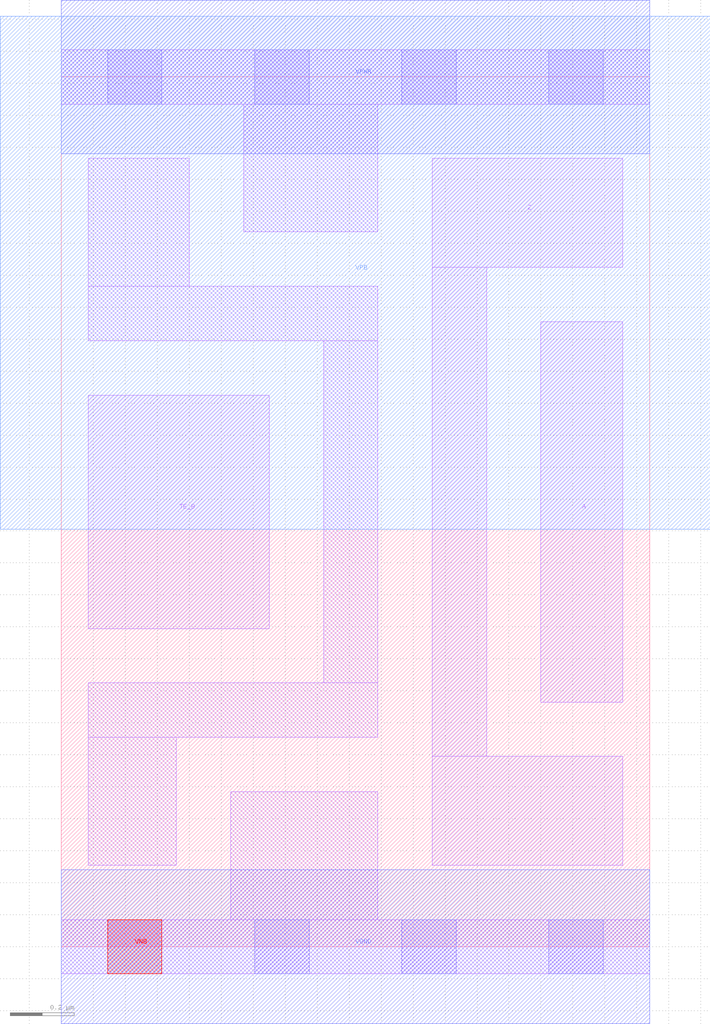
<source format=lef>
# Copyright 2020 The SkyWater PDK Authors
#
# Licensed under the Apache License, Version 2.0 (the "License");
# you may not use this file except in compliance with the License.
# You may obtain a copy of the License at
#
#     https://www.apache.org/licenses/LICENSE-2.0
#
# Unless required by applicable law or agreed to in writing, software
# distributed under the License is distributed on an "AS IS" BASIS,
# WITHOUT WARRANTIES OR CONDITIONS OF ANY KIND, either express or implied.
# See the License for the specific language governing permissions and
# limitations under the License.
#
# SPDX-License-Identifier: Apache-2.0

VERSION 5.7 ;
  NOWIREEXTENSIONATPIN ON ;
  DIVIDERCHAR "/" ;
  BUSBITCHARS "[]" ;
MACRO sky130_fd_sc_hd__einvn_0
  CLASS CORE ;
  FOREIGN sky130_fd_sc_hd__einvn_0 ;
  ORIGIN  0.000000  0.000000 ;
  SIZE  1.840000 BY  2.720000 ;
  SYMMETRY X Y R90 ;
  SITE unithd ;
  PIN A
    ANTENNAGATEAREA  0.159000 ;
    DIRECTION INPUT ;
    USE SIGNAL ;
    PORT
      LAYER li1 ;
        RECT 1.500000 0.765000 1.755000 1.955000 ;
    END
  END A
  PIN TE_B
    ANTENNAGATEAREA  0.222000 ;
    DIRECTION INPUT ;
    USE SIGNAL ;
    PORT
      LAYER li1 ;
        RECT 0.085000 0.995000 0.650000 1.725000 ;
    END
  END TE_B
  PIN VNB
    PORT
      LAYER pwell ;
        RECT 0.145000 -0.085000 0.315000 0.085000 ;
    END
  END VNB
  PIN VPB
    PORT
      LAYER nwell ;
        RECT -0.190000 1.305000 2.030000 2.910000 ;
    END
  END VPB
  PIN Z
    ANTENNADIFFAREA  0.275600 ;
    DIRECTION OUTPUT ;
    USE SIGNAL ;
    PORT
      LAYER li1 ;
        RECT 1.160000 0.255000 1.755000 0.595000 ;
        RECT 1.160000 0.595000 1.330000 2.125000 ;
        RECT 1.160000 2.125000 1.755000 2.465000 ;
    END
  END Z
  PIN VGND
    DIRECTION INOUT ;
    SHAPE ABUTMENT ;
    USE GROUND ;
    PORT
      LAYER met1 ;
        RECT 0.000000 -0.240000 1.840000 0.240000 ;
    END
  END VGND
  PIN VPWR
    DIRECTION INOUT ;
    SHAPE ABUTMENT ;
    USE POWER ;
    PORT
      LAYER met1 ;
        RECT 0.000000 2.480000 1.840000 2.960000 ;
    END
  END VPWR
  OBS
    LAYER li1 ;
      RECT 0.000000 -0.085000 1.840000 0.085000 ;
      RECT 0.000000  2.635000 1.840000 2.805000 ;
      RECT 0.085000  0.255000 0.360000 0.655000 ;
      RECT 0.085000  0.655000 0.990000 0.825000 ;
      RECT 0.085000  1.895000 0.990000 2.065000 ;
      RECT 0.085000  2.065000 0.400000 2.465000 ;
      RECT 0.530000  0.085000 0.990000 0.485000 ;
      RECT 0.570000  2.235000 0.990000 2.635000 ;
      RECT 0.820000  0.825000 0.990000 1.895000 ;
    LAYER mcon ;
      RECT 0.145000 -0.085000 0.315000 0.085000 ;
      RECT 0.145000  2.635000 0.315000 2.805000 ;
      RECT 0.605000 -0.085000 0.775000 0.085000 ;
      RECT 0.605000  2.635000 0.775000 2.805000 ;
      RECT 1.065000 -0.085000 1.235000 0.085000 ;
      RECT 1.065000  2.635000 1.235000 2.805000 ;
      RECT 1.525000 -0.085000 1.695000 0.085000 ;
      RECT 1.525000  2.635000 1.695000 2.805000 ;
  END
END sky130_fd_sc_hd__einvn_0
END LIBRARY

</source>
